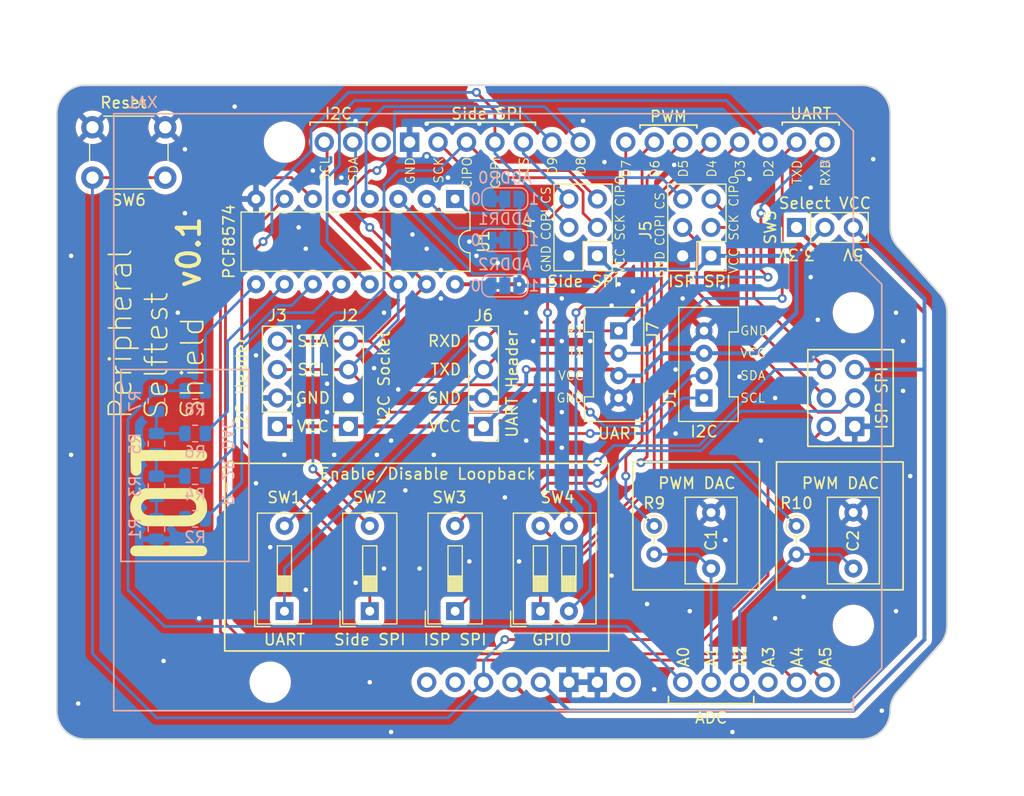
<source format=kicad_pcb>
(kicad_pcb (version 20221018) (generator pcbnew)
  (layers (0 "F.Cu" signal) (31 "B.Cu" signal) (34 "B.Paste" user) (35 "F.Paste" user) (36 "B.SilkS" user "B.Silkscreen") (37 "F.SilkS" user "F.Silkscreen") (38 "B.Mask" user) (39 "F.Mask" user) (44 "Edge.Cuts" user))
  (net 0 "")
  (net 1 "GND")
  (net 2 "/IOEXT_ADDR0")
  (net 3 "VCC")
  (net 4 "/IOEXT_ADDR1")
  (net 5 "/IOEXT_ADDR2")
  (net 6 "Net-(R1-Pad2)")
  (net 7 "/A2")
  (net 8 "Net-(R3-Pad2)")
  (net 9 "/R-2R_3")
  (net 10 "Net-(R5-Pad2)")
  (net 11 "/R-2R_2")
  (net 12 "/A0")
  (net 13 "/R-2R_1")
  (net 14 "/R-2R_0")
  (net 15 "/PWM0")
  (net 16 "/PWM1")
  (net 17 "/A5")
  (net 18 "/A1")
  (net 19 "/D9")
  (net 20 "/TXD")
  (net 21 "/RXD")
  (net 22 "/COPI_0")
  (net 23 "/CIPO_0")
  (net 24 "/COPI_1")
  (net 25 "/CIPO_1")
  (net 26 "/D3")
  (net 27 "/D8")
  (net 28 "/CS")
  (net 29 "/D4")
  (net 30 "+3.3V")
  (net 31 "+5V")
  (net 32 "/RST")
  (net 33 "/D7")
  (net 34 "/A4")
  (net 35 "/IOEXT_INT")
  (net 36 "/SCL")
  (net 37 "/SDA")
  (net 39 "/SCK_0")
  (net 41 "/SCK_1")
  (net 43 "/A3")
  (footprint "boards:grove_uart" (layer "F.Cu") (at 136.525 68.12 -90)
    (fp_text reference "J7")
    (fp_text value "UART Grove")
  )
  (footprint "Package_DIP:DIP-16_W7.62mm" (layer "F.Cu") (at 121.92 53.34 -90)
    (fp_text reference "U1")
    (fp_text value "PCF8574")
  )
  (footprint "Connector_PinHeader_2.54mm:PinHeader_1x04_P2.54mm_Vertical" (layer "F.Cu") (at 106.045 73.66 180)
    (fp_text reference "J3")
    (fp_text value "I2C Header")
  )
  (footprint "PCM_arduino-library:Arduino_Uno_R3_Shield" (layer "F.Cu") (at 91.44 99.06)
    (fp_text reference "XA1")
    (fp_text value "Arduino_Uno_R3_Shield")
  )
  (footprint "boards:grove_i2c" (layer "F.Cu") (at 144.145 68.12 90)
    (fp_text reference "J1")
    (fp_text value "I2C Grove")
  )
  (footprint "Button_Switch_THT:SW_DIP_SPSTx01_Slide_9.78x4.72mm_W7.62mm_P2.54mm" (layer "F.Cu") (at 106.68 90.17 90)
    (fp_text reference "SW1")
    (fp_text value "UART")
  )
  (footprint "Button_Switch_THT:SW_DIP_SPSTx01_Slide_9.78x4.72mm_W7.62mm_P2.54mm" (layer "F.Cu") (at 114.3 90.17 90)
    (fp_text reference "SW2")
    (fp_text value "Side SPI")
  )
  (footprint "Connector_PinHeader_2.54mm:PinHeader_1x04_P2.54mm_Vertical" (layer "F.Cu") (at 124.46 73.66 180)
    (fp_text reference "J6")
    (fp_text value "UART Header")
  )
  (footprint "Resistor_THT:R_Axial_DIN0204_L3.6mm_D1.6mm_P2.54mm_Vertical" (layer "F.Cu") (at 152.4 82.55 -90)
    (fp_text reference "R10")
    (fp_text value "1K")
  )
  (footprint "Connector_PinHeader_2.54mm:PinHeader_2x03_P2.54mm_Vertical" (layer "F.Cu") (at 134.62 58.42 180)
    (fp_text reference "J4")
    (fp_text value "Side SPI")
  )
  (footprint "Capacitor_THT:C_Disc_D7.5mm_W4.4mm_P5.00mm" (layer "F.Cu") (at 157.48 86.36 90)
    (fp_text reference "C2")
    (fp_text value "0.1 uF")
  )
  (footprint "Connector_PinHeader_2.54mm:PinHeader_1x03_P2.54mm_Vertical" (layer "F.Cu") (at 152.4 55.88 90)
    (fp_text reference "SW5")
    (fp_text value "Select VCC")
  )
  (footprint "Resistor_THT:R_Axial_DIN0204_L3.6mm_D1.6mm_P2.54mm_Vertical" (layer "F.Cu") (at 139.7 82.55 -90)
    (fp_text reference "R9")
    (fp_text value "1K")
  )
  (footprint "Connector_PinHeader_2.54mm:PinHeader_2x03_P2.54mm_Vertical" (layer "F.Cu") (at 144.78 58.42 180)
    (fp_text reference "J5")
    (fp_text value "ISP SPI")
  )
  (footprint "Connector_PinSocket_2.54mm:PinSocket_1x04_P2.54mm_Vertical" (layer "F.Cu") (at 112.395 73.66 180)
    (fp_text reference "J2")
    (fp_text value "I2C Socket")
  )
  (footprint "Button_Switch_THT:SW_DIP_SPSTx02_Slide_9.78x7.26mm_W7.62mm_P2.54mm" (layer "F.Cu") (at 129.54 90.17 90)
    (fp_text reference "SW4")
    (fp_text value "GPIO")
  )
  (footprint "Button_Switch_THT:SW_DIP_SPSTx01_Slide_9.78x4.72mm_W7.62mm_P2.54mm" (layer "F.Cu") (at 121.92 90.17 90)
    (fp_text reference "SW3")
    (fp_text value "ISP SPI")
  )
  (footprint "LOGO" (layer "F.Cu") (at 93.98 86.36 90)
    (fp_text reference "G***" hide)
    (fp_text value "LOGO" hide)
  )
  (footprint "Capacitor_THT:C_Disc_D7.5mm_W4.4mm_P5.00mm" (layer "F.Cu") (at 144.78 86.36 90)
    (fp_text reference "C1")
    (fp_text value "0.1 uF")
  )
  (footprint "LOGO" (layer "F.Cu") (at 96.370858 82.343863 90)
    (fp_text reference "G***" hide)
    (fp_text value "LOGO" hide)
  )
  (footprint "Button_Switch_THT:SW_PUSH_6mm_H4.3mm" (layer "F.Cu") (at 96.035 51.435 180)
    (fp_text reference "SW6")
    (fp_text value "Reset")
  )
  (footprint "Resistor_SMD:R_0805_2012Metric" (layer "B.Cu") (at 98.7025 78.105)
    (fp_text reference "R4")
    (fp_text value "200R" hide)
  )
  (footprint "Resistor_SMD:R_0805_2012Metric" (layer "B.Cu") (at 95.25 79.0175 90)
    (fp_text reference "R3")
    (fp_text value "100R" hide)
  )
  (footprint "Resistor_SMD:R_0805_2012Metric" (layer "B.Cu") (at 95.25 82.8275 90)
    (fp_text reference "R1")
    (fp_text value "200R" hide)
  )
  (footprint "Resistor_SMD:R_0805_2012Metric" (layer "B.Cu") (at 98.7025 74.295)
    (fp_text reference "R6")
    (fp_text value "200R" hide)
  )
  (footprint "Resistor_SMD:R_0805_2012Metric" (layer "B.Cu") (at 95.25 75.2075 90)
    (fp_text reference "R5")
    (fp_text value "100R" hide)
  )
  (footprint "Resistor_SMD:R_0805_2012Metric" (layer "B.Cu") (at 98.7025 70.485)
    (fp_text reference "R8")
    (fp_text value "200R" hide)
  )
  (footprint "Jumper:SolderJumper-3_P1.3mm_Bridged12_RoundedPad1.0x1.5mm_NumberLabels" (layer "B.Cu") (at 126.365 57.023)
    (fp_text reference "JP2" hide)
    (fp_text value "ADDR1")
  )
  (footprint "Jumper:SolderJumper-3_P1.3mm_Bridged12_RoundedPad1.0x1.5mm_NumberLabels" (layer "B.Cu") (at 126.365 61.087)
    (fp_text reference "JP3" hide)
    (fp_text value "ADDR2")
  )
  (footprint "Resistor_SMD:R_0805_2012Metric" (layer "B.Cu") (at 98.7025 81.915)
    (fp_text reference "R2")
    (fp_text value "200R" hide)
  )
  (footprint "Resistor_SMD:R_0805_2012Metric" (layer "B.Cu") (at 95.25 71.3975 90)
    (fp_text reference "R7")
    (fp_text value "100R" hide)
  )
  (footprint "Jumper:SolderJumper-3_P1.3mm_Bridged12_RoundedPad1.0x1.5mm_NumberLabels" (layer "B.Cu") (at 126.365 53.34)
    (fp_text reference "JP1" hide)
    (fp_text value "ADDR0")
  )
  (gr_rect (start 92.075 68.58) (end 103.505 85.725) (stroke (width 0.15)) (fill none) (layer "B.SilkS"))
  (gr_line (start 143.51 46.736) (end 143.51 46.99) (stroke (width 0.15)) (layer "F.SilkS"))
  (gr_rect (start 101.346 76.962) (end 135.636 93.726) (stroke (width 0.15)) (fill none) (layer "F.SilkS"))
  (gr_line (start 138.43 46.99) (end 138.43 46.736) (stroke (width 0.15)) (layer "F.SilkS"))
  (gr_line (start 140.97 97.79) (end 140.97 98.425) (stroke (width 0.15)) (layer "F.SilkS"))
  (gr_rect (start 137.795 76.835) (end 149.098 88.265) (stroke (width 0.15)) (fill none) (layer "F.SilkS"))
  (gr_line (start 129.093 46.482) (end 129.093 46.736) (stroke (width 0.15)) (layer "F.SilkS"))
  (gr_rect (start 150.622 76.835) (end 161.925 88.265) (stroke (width 0.15)) (fill none) (layer "F.SilkS"))
  (gr_line (start 151.13 46.482) (end 156.21 46.482) (stroke (width 0.15)) (layer "F.SilkS"))
  (gr_line (start 119.441 46.482) (end 129.093 46.482) (stroke (width 0.15)) (layer "F.SilkS"))
  (gr_line (start 119.441 46.736) (end 119.441 46.482) (stroke (width 0.15)) (layer "F.SilkS"))
  (gr_rect (start 153.416 66.802) (end 161.036 75.438) (stroke (width 0.15)) (fill none) (layer "F.SilkS"))
  (gr_line (start 156.21 46.482) (end 156.21 46.736) (stroke (width 0.15)) (layer "F.SilkS"))
  (gr_line (start 108.966 46.736) (end 108.966 46.482) (stroke (width 0.15)) (layer "F.SilkS"))
  (gr_line (start 151.13 46.736) (end 151.13 46.482) (stroke (width 0.15)) (layer "F.SilkS"))
  (gr_line (start 148.59 98.425) (end 148.59 97.79) (stroke (width 0.15)) (layer "F.SilkS"))
  (gr_line (start 140.97 98.425) (end 148.59 98.425) (stroke (width 0.15)) (layer "F.SilkS"))
  (gr_line (start 108.966 46.482) (end 114.046 46.482) (stroke (width 0.15)) (layer "F.SilkS"))
  (gr_line (start 114.046 46.482) (end 114.046 46.736) (stroke (width 0.15)) (layer "F.SilkS"))
  (gr_line (start 138.43 46.736) (end 143.51 46.736) (stroke (width 0.15)) (layer "F.SilkS"))
  (gr_line (start 165.1 93.236051) (end 161.507898 97.263949) (stroke (width 0.15)) (layer "Edge.Cuts"))
  (gr_arc (start 160.763949 99.06) (mid 160.957295 98.087984) (end 161.507898 97.263949) (stroke (width 0.15)) (layer "Edge.Cuts"))
  (gr_line (start 88.9 43.18) (end 158.223949 43.18) (stroke (width 0.15)) (layer "Edge.Cuts"))
  (gr_line (start 86.36 99.06) (end 86.36 45.72) (stroke (width 0.15)) (layer "Edge.Cuts"))
  (gr_line (start 161.507898 57.676051) (end 165.1 61.703949) (stroke (width 0.15)) (layer "Edge.Cuts"))
  (gr_arc (start 165.843949 91.44) (mid 165.650603 92.412016) (end 165.1 93.236051) (stroke (width 0.15)) (layer "Edge.Cuts"))
  (gr_arc (start 160.763949 99.06) (mid 160.02 100.856051) (end 158.223949 101.6) (stroke (width 0.15)) (layer "Edge.Cuts"))
  (gr_arc (start 86.36 45.72) (mid 87.103949 43.923949) (end 88.9 43.18) (stroke (width 0.15)) (layer "Edge.Cuts"))
  (gr_arc (start 158.223949 43.18) (mid 160.02 43.923949) (end 160.763949 45.72) (stroke (width 0.15)) (layer "Edge.Cuts"))
  (gr_arc (start 165.1 61.703949) (mid 165.650603 62.527984) (end 165.843949 63.5) (stroke (width 0.15)) (layer "Edge.Cuts"))
  (gr_line (start 158.223949 101.6) (end 88.9 101.6) (stroke (width 0.15)) (layer "Edge.Cuts"))
  (gr_arc (start 161.507898 57.676051) (mid 160.957295 56.852016) (end 160.763949 55.88) (stroke (width 0.15)) (layer "Edge.Cuts"))
  (gr_line (start 165.843949 63.5) (end 165.843949 91.44) (stroke (width 0.15)) (layer "Edge.Cuts"))
  (gr_line (start 160.763949 55.88) (end 160.763949 45.72) (stroke (width 0.15)) (layer "Edge.Cuts"))
  (gr_arc (start 88.9 101.6) (mid 87.103949 100.856051) (end 86.36 99.06) (stroke (width 0.15)) (layer "Edge.Cuts"))
  (gr_text "R-2R DAC" (at 101.6 76.835 -90) (layer "B.SilkS") (effects (font (size 1 1)) (justify mirror)))
  (gr_text "v0.1" (at 99.314 61.468 90) (layer "F.SilkS") (effects (font (size 2 2) (thickness 0.35) bold) (justify left bottom)))
  (gr_text "D5" (at 142.301 49.784 90) (layer "F.SilkS") (effects (font (size 0.8 0.8) (thickness 0.1)) (justify right)))
  (gr_text "PWM DAC" (at 156.337 78.74) (layer "F.SilkS") (effects (font (size 1 1))))
  (gr_text "CIPO" (at 122.997 49.53 90) (layer "F.SilkS") (effects (font (size 0.8 0.8) (thickness 0.1)) (justify right)))
  (gr_text "D8" (at 133.157 49.53 90) (layer "F.SilkS") (effects (font (size 0.8 0.8) (thickness 0.1)) (justify right)))
  (gr_text "VCC" (at 109.22 73.66) (layer "F.SilkS") (effects (font (size 1 1))))
  (gr_text "3.3V" (at 152.4 58.293 180) (layer "F.SilkS") (effects (font (size 1 1))))
  (gr_text "VCC" (at 136.652 57.658 90) (layer "F.SilkS") (effects (font (size 0.8 0.8) (thickness 0.1)) (justify right)))
  (gr_text "CS" (at 130.048 53.848 90) (layer "F.SilkS") (effects (font (size 0.8 0.8) (thickness 0.1)) (justify left)))
  (gr_text "CIPO" (at 146.812 54.102 90) (layer "F.SilkS") (effects (font (size 0.8 0.8) (thickness 0.1)) (justify left)))
  (gr_text "GND" (at 122.555 71.12) (layer "F.SilkS") (effects (font (size 1 1)) (justify right)))
  (gr_text "D6" (at 139.761 49.784 90) (layer "F.SilkS") (effects (font (size 0.8 0.8) (thickness 0.1)) (justify right)))
  (gr_text "SCL" (at 109.22 68.58) (layer "F.SilkS") (effects (font (size 1 1))))
  (gr_text "D2" (at 149.921 49.784 90) (layer "F.SilkS") (effects (font (size 0.8 0.8) (thickness 0.1)) (justify right)))
  (gr_text "SDA" (at 109.22 66.04) (layer "F.SilkS") (effects (font (size 1 1))))
  (gr_text "COPI" (at 130.048 55.626 90) (layer "F.SilkS") (effects (font (size 0.8 0.8) (thickness 0.1))))
  (gr_text "I2C" (at 111.506 45.72) (layer "F.SilkS") (effects (font (size 1 1))))
  (gr_text "A4" (at 152.461 95.25 90) (layer "F.SilkS") (effects (font (size 1 1)) (justify left)))
  (gr_text "CS" (at 140.208 54.356 90) (layer "F.SilkS") (effects (font (size 0.8 0.8) (thickness 0.1)) (justify left)))
  (gr_text "RXD" (at 155.001 49.784 90) (layer "F.SilkS") (effects (font (size 0.8 0.8) (thickness 0.1)) (justify right)))
  (gr_text "Peripheral\nSelftest\nShield" (at 95.25 73.152 90) (layer "F.SilkS") (effects (font (size 2 2)) (justify left)))
  (gr_text "VCC" (at 122.555 73.66) (layer "F.SilkS") (effects (font (size 1 1)) (justify right)))
  (gr_text "RXD" (at 122.555 66.04) (layer "F.SilkS") (effects (font (size 1 1)) (justify right)))
  (gr_text "A5" (at 155.001 95.25 90) (layer "F.SilkS") (effects (font (size 1 1)) (justify left)))
  (gr_text "CS" (at 128.077 49.53 90) (layer "F.SilkS") (effects (font (size 0.8 0.8) (thickness 0.1)) (justify right)))
  (gr_text "A1" (at 144.841 95.25 90) (layer "F.SilkS") (effects (font (size 1 1)) (justify left)))
  (gr_text "D9" (at 130.617 49.53 90) (layer "F.SilkS") (effects (font (size 0.8 0.8) (thickness 0.1)) (justify right)))
  (gr_text "ADC" (at 144.78 99.695) (layer "F.SilkS") (effects (font (size 1 1))))
  (gr_text "PWM DAC" (at 143.51 78.74) (layer "F.SilkS") (effects (font (size 1 1))))
  (gr_text "Enable/Disable Loopback" (at 109.728 78.486) (layer "F.SilkS") (effects (font (size 1 1)) (justify left bottom)))
  (gr_text "D3" (at 147.381 49.784 90) (layer "F.SilkS") (effects (font (size 0.8 0.8) (thickness 0.1)) (justify right)))
  (gr_text "SCL" (at 110.297 49.53 90) (layer "F.SilkS") (effects (font (size 0.8 0.8) (thickness 0.1)) (justify right)))
  (gr_text "A0" (at 142.301 95.25 90) (layer "F.SilkS") (effects (font (size 1 1)) (justify left)))
  (gr_text "D7" (at 137.221 49.784 90) (layer "F.SilkS") (effects (font (size 0.8 0.8) (thickness 0.1)) (justify right)))
  (gr_text "CIPO" (at 136.652 54.102 90) (layer "F.SilkS") (effects (font (size 0.8 0.8) (thickness 0.1)) (justify left)))
  (gr_text "SCK" (at 136.652 55.88 90) (layer "F.SilkS") (effects (font (size 0.8 0.8) (thickness 0.1))))
  (gr_text "5V" (at 157.48 58.293 180) (layer "F.SilkS") (effects (font (size 1 1))))
  (gr_text "UART" (at 153.67 45.72) (layer "F.SilkS") (effects (font (size 1 1))))
  (gr_text "SCK" (at 146.812 55.88 90) (layer "F.SilkS") (effects (font (size 0.8 0.8) (thickness 0.1))))
  (gr_text "A2" (at 147.381 95.25 90) (layer "F.SilkS") (effects (font (size 1 1)) (justify left)))
  (gr_text "Side SPI" (at 124.775 45.72) (layer "F.SilkS") (effects (font (size 1 1))))
  (gr_text "SDA" (at 112.837 49.53 90) (layer "F.SilkS") (effects (font (size 0.8 0.8) (thickness 0.1)) (justify right)))
  (gr_text "D4" (at 144.841 49.784 90) (layer "F.SilkS") (effects (font (size 0.8 0.8) (thickness 0.1)) (justify right)))
  (gr_text "ISP SPI" (at 160.02 71.12 90) (layer "F.SilkS") (effects (font (size 1 1))))
  (gr_text "COPI" (at 140.208 56.134 90) (layer "F.SilkS") (effects (font (size 0.8 0.8) (thickness 0.1))))
  (gr_text "COPI" (at 125.537 49.53 90) (layer "F.SilkS") (effects (font (size 0.8 0.8) (thickness 0.1)) (justify right)))
  (gr_text "GND" (at 117.917 49.53 90) (layer "F.SilkS") (effects (font (size 0.8 0.8) (thickness 0.1)) (justify right)))
  (gr_text "PWM" (at 140.97 45.974) (layer "F.SilkS") (effects (font (size 1 1))))
  (gr_text "SCK" (at 120.457 49.53 90) (layer "F.SilkS") (effects (font (size 0.8 0.8) (thickness 0.1)) (justify right)))
  (gr_text "VCC" (at 146.812 57.658 90) (layer "F.SilkS") (effects (font (size 0.8 0.8) (thickness 0.1)) (justify right)))
  (gr_text "GND" (at 140.208 57.912 90) (layer "F.SilkS") (effects (font (size 0.8 0.8) (thickness 0.1)) (justify right)))
  (gr_text "GND" (at 109.22 71.12) (layer "F.SilkS") (effects (font (size 1 1))))
  (gr_text "GND" (at 130.048 57.404 90) (layer "F.SilkS") (effects (font (size 0.8 0.8) (thickness 0.1)) (justify right)))
  (gr_text "TXD" (at 122.555 68.58) (layer "F.SilkS") (effects (font (size 1 1)) (justify right)))
  (gr_text "TXD" (at 152.461 49.784 90) (layer "F.SilkS") (effects (font (size 0.8 0.8) (thickness 0.1)) (justify right)))
  (gr_text "A3" (at 149.921 95.25 90) (layer "F.SilkS") (effects (font (size 1 1)) (justify left)))
  (via (at 126.365 80.01) (size 0.8) (drill 0.4) (layers "F.Cu" "B.Cu") (net 1))
  (via (at 104.14 67.31) (size 0.8) (drill 0.4) (layers "F.Cu" "B.Cu") (net 1))
  (via (at 161.925 66.04) (size 0.8) (drill 0.4) (layers "F.Cu" "B.Cu") (net 1))
  (via (at 119.38 57.785) (size 0.8) (drill 0.4) (layers "F.Cu" "B.Cu") (net 1))
  (via (at 135.89 62.865) (size 0.8) (drill 0.4) (layers "F.Cu" "B.Cu") (net 1))
  (via (at 109.22 50.8) (size 0.8) (drill 0.4) (layers "F.Cu" "B.Cu") (net 1))
  (via (at 119.888 71.12) (size 0.8) (drill 0.4) (layers "F.Cu" "B.Cu") (net 1))
  (via (at 129.032 71.374) (size 0.8) (drill 0.4) (layers "F.Cu" "B.Cu") (net 1))
  (via (at 115.57 86.36) (size 0.8) (drill 0.4) (layers "F.Cu" "B.Cu") (net 1))
  (via (at 108.585 57.785) (size 0.8) (drill 0.4) (layers "F.Cu" "B.Cu") (net 1))
  (via (at 95.885 94.615) (size 0.8) (drill 0.4) (layers "F.Cu" "B.Cu") (net 1))
  (via (at 114.3 96.52) (size 0.8) (drill 0.4) (layers "F.Cu" "B.Cu") (net 1))
  (via (at 127.635 85.725) (size 0.8) (drill 0.4) (layers "F.Cu" "B.Cu") (net 1))
  (via (at 114.935 76.2) (size 0.8) (drill 0.4) (layers "F.Cu" "B.Cu") (net 1))
  (via (at 142.24 62.23) (size 0.8) (drill 0.4) (layers "F.Cu" "B.Cu") (net 1))
  (via (at 159.258 49.784) (size 0.8) (drill 0.4) (layers "F.Cu" "B.Cu") (net 1))
  (via (at 105.41 84.455) (size 0.8) (drill 0.4) (layers "F.Cu" "B.Cu") (net 1))
  (via (at 118.11 56.515) (size 0.8) (drill 0.4) (layers "F.Cu" "B.Cu") (net 1))
  (via (at 87.63 76.2) (size 0.8) (drill 0.4) (layers "F.Cu" "B.Cu") (net 1))
  (via (at 116.84 70.358) (size 0.8) (drill 0.4) (layers "F.Cu" "B.Cu") (net 1))
  (via (at 111.76 51.435) (size 0.8) (drill 0.4) (layers "F.Cu" "B.Cu") (net 1))
  (via (at 131.445 66.04) (size 0.8) (drill 0.4) (layers "F.Cu" "B.Cu") (net 1))
  (via (at 116.205 100.965) (size 0.8) (drill 0.4) (layers "F.Cu" "B.Cu") (net 1))
  (via (at 162.56 78.105) (size 0.8) (drill 0.4) (layers "F.Cu" "B.Cu") (net 1))
  (via (at 107.95 64.77) (size 0.8) (drill 0.4) (layers "F.Cu" "B.Cu") (net 1))
  (via (at 117.475 79.375) (size 0.8) (drill 0.4) (layers "F.Cu" "B.Cu") (net 1))
  (via (at 121.666 46.609) (size 0.8) (drill 0.4) (layers "F.Cu" "B.Cu") (net 1))
  (via (at 107.95 55.88) (size 0.8) (drill 0.4) (layers "F.Cu" "B.Cu") (net 1))
  (via (at 128.27 74.93) (size 0.8) (drill 0.4) (layers "F.Cu" "B.Cu") (net 1))
  (via (at 119.38 49.53) (size 0.8) (drill 0.4) (layers "F.Cu" "B.Cu") (net 1))
  (via (at 120.65 62.23) (size 0.8) (drill 0.4) (layers "F.Cu" "B.Cu") (net 1))
  (via (at 131.445 72.39) (size 0.8) (drill 0.4) (layers "F.Cu" "B.Cu") (net 1))
  (via (at 147.32 69.215) (size 0.8) (drill 0.4) (layers "F.Cu" "B.Cu") (net 1))
  (via (at 97.155 63.5) (size 0.8) (drill 0.4) (layers "F.Cu" "B.Cu") (net 1))
  (via (at 127 46.609) (size 0.8) (drill 0.4) (layers "F.Cu" "B.Cu") (net 1))
  (via (at 97.79 48.895) (size 0.8) (drill 0.4) (layers "F.Cu" "B.Cu") (net 1))
  (via (at 153.67 52.324) (size 0.8) (drill 0.4) (layers "F.Cu" "B.Cu") (net 1))
  (via (at 141.605 68.58) (size 0.8) (drill 0.4) (layers "F.Cu" "B.Cu") (net 1))
  (via (at 153.035 88.9) (size 0.8) (drill 0.4) (layers "F.Cu" "B.Cu") (net 1))
  (via (at 124.079 46.609) (size 0.8) (drill 0.4) (layers "F.Cu" "B.Cu") (net 1))
  (via (at 160.02 99.06) (size 0.8) (drill 0.4) (layers "F.Cu" "B.Cu") (net 1))
  (via (at 119.38 46.609) (size 0.8) (drill 0.4) (layers "F.Cu" "B.Cu") (net 1))
  (via (at 99.06 90.805) (size 0.8) (drill 0.4) (layers "F.Cu" "B.Cu") (net 1))
  (via (at 136.525 60.96) (size 0.8) (drill 0.4) (layers "F.Cu" "B.Cu") (net 1))
  (via (at 137.795 61.595) (size 0.8) (drill 0.4) (layers "F.Cu" "B.Cu") (net 1))
  (via (at 145.796 61.214) (size 0.8) (drill 0.4) (layers "F.Cu" "B.Cu") (net 1))
  (via (at 110.49 72.39) (size 0.8) (drill 0.4) (layers "F.Cu" "B.Cu") (net 1))
  (via (at 113.03 46.355) (size 0.8) (drill 0.4) (layers "F.Cu" "B.Cu") (net 1))
  (via (at 148.209 51.562) (size 0.8) (drill 0.4) (layers "F.Cu" "B.Cu") (net 1))
  (via (at 121.285 51.435) (size 0.8) (drill 0.4) (layers "F.Cu" "B.Cu") (net 1))
  (via (at 141.478 50.292) (size 0.8) (drill 0.4) (layers "F.Cu" "B.Cu") (net 1))
  (via (at 131.445 62.23) (size 0.8) (drill 0.4) (layers "F.Cu" "B.Cu") (net 1))
  (via (at 139.7 97.155) (size 0.8) (drill 0.4) (layers "F.Cu" "B.Cu") (net 1))
  (via (at 150.495 90.805) (size 0.8) (drill 0.4) (layers "F.Cu" "B.Cu") (net 1))
  (via (at 142.875 90.17) (size 0.8) (drill 0.4) (layers "F.Cu" "B.Cu") (net 1))
  (via (at 135.89 86.995) (size 0.8) (drill 0.4) (layers "F.Cu" "B.Cu") (net 1))
  (via (at 161.29 90.17) (size 0.8) (drill 0.4) (layers "F.Cu" "B.Cu") (net 1))
  (via (at 88.265 98.425) (size 0.8) (drill 0.4) (layers "F.Cu" "B.Cu") (net 1))
  (via (at 107.95 71.755) (size 0.8) (drill 0.4) (layers "F.Cu" "B.Cu") (net 1))
  (via (at 120.65 59.69) (size 0.8) (drill 0.4) (layers "F.Cu" "B.Cu") (net 1))
  (via (at 123.19 85.725) (size 0.8) (drill 0.4) (layers "F.Cu" "B.Cu") (net 1))
  (via (at 113.03 87.63) (size 0.8) (drill 0.4) (layers "F.Cu" "B.Cu") (net 1))
  (via (at 139.065 89.535) (size 0.8) (drill 0.4) (layers "F.Cu" "B.Cu") (net 1))
  (via (at 102.235 45.085) (size 0.8) (drill 0.4) (layers "F.Cu" "B.Cu") (net 1))
  (via (at 146.05 83.82) (size 0.8) (drill 0.4) (layers "F.Cu" "B.Cu") (net 1))
  (via (at 150.495 71.12) (size 0.8) (drill 0.4) (layers "F.Cu" "B.Cu") (net 1))
  (via (at 108.585 88.265) (size 0.8) (drill 0.4) (layers "F.Cu" "B.Cu") (net 1))
  (via (at 116.205 74.93) (size 0.8) (drill 0.4) (layers "F.Cu" "B.Cu") (net 1))
  (via (at 135.255 50.038) (size 0.8) (drill 0.4) (layers "F.Cu" "B.Cu") (net 1))
  (via (at 154.305 64.135) (size 0.8) (drill 0.4) (layers "F.Cu" "B.Cu") (net 1))
  (via (at 149.225 74.93) (size 0.8) (drill 0.4) (layers "F.Cu" "B.Cu") (net 1))
  (via (at 97.79 54.61) (size 0.8) (drill 0.4) (layers "F.Cu" "B.Cu") (net 1))
  (via (at 161.925 70.485) (size 0.8) (drill 0.4) (layers "F.Cu" "B.Cu") (net 1))
  (via (at 133.985 66.04) (size 0.8) (drill 0.4) (layers "F.Cu" "B.Cu") (net 1))
  (via (at 114.681 68.453) (size 0.8) (drill 0.4) (layers "F.Cu" "B.Cu") (net 1))
  (via (at 111.125 76.2) (size 0.8) (drill 0.4) (layers "F.Cu" "B.Cu") (net 1))
  (via (at 123.19 57.15) (size 0.8) (drill 0.4) (layers "F.Cu" "B.Cu") (net 1))
  (via (at 128.27 63.5) (size 0.8) (drill 0.4) (layers "F.Cu" "B.Cu") (net 1))
  (via (at 120.015 76.2) (size 0.8) (drill 0.4) (layers "F.Cu" "B.Cu") (net 1))
  (via (at 123.825 58.42) (size 0.8) (drill 0.4) (layers "F.Cu" "B.Cu") (net 1))
  (via (at 115.57 63.5) (size 0.8) (drill 0.4) (layers "F.Cu" "B.Cu") (net 1))
  (via (at 87.63 58.42) (size 0.8) (drill 0.4) (layers "F.Cu" "B.Cu") (net 1))
  (via (at 106.68 76.2) (size 0.8) (drill 0.4) (layers "F.Cu" "B.Cu") (net 1))
  (via (at 131.445 75.565) (size 0.8) (drill 0.4) (layers "F.Cu" "B.Cu") (net 1))
  (via (at 104.14 78.74) (size 0.8) (drill 0.4) (layers "F.Cu" "B.Cu") (net 1))
  (via (at 146.685 100.965) (size 0.8) (drill 0.4) (layers "F.Cu" "B.Cu") (net 1))
  (via (at 125.73 59.055) (size 0.8) (drill 0.4) (layers "F.Cu" "B.Cu") (net 1))
  (via (at 110.49 69.85) (size 0.8) (drill 0.4) (layers "F.Cu" "B.Cu") (net 1))
  (via (at 128.905 66.04) (size 0.8) (drill 0.4) (layers "F.Cu" "B.Cu") (net 1))
  (via (at 153.67 60.325) (size 0.8) (drill 0.4) (layers "F.Cu" "B.Cu") (net 1))
  (via (at 133.35 46.355) (size 0.8) (drill 0.4) (layers "F.Cu" "B.Cu") (net 1))
  (via (at 161.29 63.5) (size 0.8) (drill 0.4) (layers "F.Cu" "B.Cu") (net 1))
  (via (at 118.745 86.36) (size 0.8) (drill 0.4) (layers "F.Cu" "B.Cu") (net 1))
  (via (at 141.605 74.295) (size 0.8) (drill 0.4) (layers "F.Cu" "B.Cu") (net 1))
  (segment (start 123.19 54.61) (end 125.73 54.61) (width 0.25) (layer "B.Cu") (net 2))
  (segment (start 126.365 53.975) (end 126.365 53.34) (width 0.25) (layer "B.Cu") (net 2))
  (segment (start 121.92 53.34) (end 123.19 54.61) (width 0.25) (layer "B.Cu") (net 2))
  (segment (start 125.73 54.61) (end 126.365 53.975) (width 0.25) (layer "B.Cu") (net 2))
  (segment (start 121.92 60.96) (end 127.635 60.96) (width 0.35) (layer "F.Cu") (net 3))
  (segment (start 135.985 68.58) (end 136.525 69.12) (width 0.35) (layer "F.Cu") (net 3))
  (segment (start 112.395 73.66) (end 106.045 73.66) (width 0.35) (layer "F.Cu") (net 3))
  (segment (start 112.395 73.66) (end 124.46 73.66) (width 0.35) (layer "F.Cu") (net 3))
  (segment (start 128.27 68.58) (end 135.985 68.58) (width 0.35) (layer "F.Cu") (net 3))
  (via (at 127.635 60.96) (size 0.8) (drill 0.4) (layers "F.Cu" "B.Cu") (net 3))
  (via (at 128.27 68.58) (size 0.8) (drill 0.4) (layers "F.Cu" "B.Cu") (net 3))
  (segment (start 148.78 67.12) (end 144.145 67.12) (width 0.35) (layer "B.Cu") (net 3))
  (segment (start 144.78 58.42) (end 143.555 59.645) (width 0.35) (layer "B.Cu") (net 3))
  (segment (start 144.145 67.12) (end 140.525 67.12) (width 0.35) (layer "B.Cu") (net 3))
  (segment (start 127.665 57.023) (end 127.665 61.087) (width 0.35) (layer "B.Cu") (net 3))
  (segment (start 138.525 69.12) (end 140.525 67.12) (width 0.35) (layer "B.Cu") (net 3))
  (segment (start 127.665 57.023) (end 127.665 53.34) (width 0.35) (layer "B.Cu") (net 3))
  (segment (start 135.845 59.645) (end 134.62 58.42) (width 0.35) (layer "B.Cu") (net 3))
  (segment (start 152.4 58.42) (end 144.78 58.42) (width 0.35) (layer "B.Cu") (net 3))
  (segment (start 143.555 59.645) (end 135.845 59.645) (width 0.35) (layer "B.Cu") (net 3))
  (segment (start 154.94 55.88) (end 152.4 58.42) (width 0.35) (layer "B.Cu") (net 3))
  (segment (start 152.4 63.5) (end 148.78 67.12) (width 0.35) (layer "B.Cu") (net 3))
  (segment (start 136.525 69.12) (end 138.525 69.12) (width 0.35) (layer "B.Cu") (net 3))
  (segment (start 127.665 61.087) (end 134.403 61.087) (width 0.35) (layer "B.Cu") (net 3))
  (segment (start 152.4 58.42) (end 152.4 63.5) (width 0.35) (layer "B.Cu") (net 3))
  (segment (start 135.845 59.645) (end 134.403 61.087) (width 0.35) (layer "B.Cu") (net 3))
  (segment (start 124.46 73.66) (end 128.27 69.85) (width 0.35) (layer "B.Cu") (net 3))
  (segment (start 128.27 69.85) (end 128.27 68.58) (width 0.35) (layer "B.Cu") (net 3))
  (segment (start 126.29 55.948) (end 126.365 56.023) (width 0.25) (layer "B.Cu") (net 4))
  (segment (start 121.988 55.948) (end 126.29 55.948) (width 0.25) (layer "B.Cu") (net 4))
  (segment (start 126.365 56.023) (end 126.365 57.023) (width 0.25) (layer "B.Cu") (net 4))
  (segment (start 119.38 53.34) (end 121.988 55.948) (width 0.25) (layer "B.Cu") (net 4))
  (segment (start 126.29 60.012) (end 123.512 60.012) (width 0.25) (layer "B.Cu") (net 5))
  (segment (start 126.365 61.087) (end 126.365 60.087) (width 0.25) (layer "B.Cu") (net 5))
  (segment (start 116.84 53.34) (end 123.512 60.012) (width 0.25) (layer "B.Cu") (net 5))
  (segment (start 126.365 60.087) (end 126.29 60.012) (width 0.25) (layer "B.Cu") (net 5))
  (segment (start 95.25 79.93) (end 95.25 81.915) (width 0.25) (layer "B.Cu") (net 6))
  (segment (start 95.25 81.915) (end 97.79 81.915) (width 0.25) (layer "B.Cu") (net 6))
  (segment (start 147.32 90.17) (end 152.4 85.09) (width 0.25) (layer "B.Cu") (net 7))
  (segment (start 147.32 96.52) (end 147.32 90.17) (width 0.25) (layer "B.Cu") (net 7))
  (segment (start 156.21 85.09) (end 157.48 86.36) (width 0.25) (layer "B.Cu") (net 7))
  (segment (start 152.4 85.09) (end 156.21 85.09) (width 0.25) (layer "B.Cu") (net 7))
  (segment (start 95.25 76.12) (end 95.25 78.105) (width 0.25) (layer "B.Cu") (net 8))
  (segment (start 95.25 78.105) (end 97.79 78.105) (width 0.25) (layer "B.Cu") (net 8))
  (segment (start 109.219302 63.500698) (end 106.045698 63.500698) (width 0.25) (layer "B.Cu") (net 9))
  (segment (start 102.870698 78.659302) (end 99.615 81.915) (width 0.25) (layer "B.Cu") (net 9))
  (segment (start 102.870698 66.675698) (end 102.870698 78.659302) (width 0.25) (layer "B.Cu") (net 9))
  (segment (start 111.76 60.96) (end 109.219302 63.500698) (width 0.25) (layer "B.Cu") (net 9))
  (segment (start 106.045698 63.500698) (end 102.870698 66.675698) (width 0.25) (layer "B.Cu") (net 9))
  (segment (start 95.25 74.295) (end 97.79 74.295) (width 0.25) (layer "B.Cu") (net 10))
  (segment (start 95.25 72.31) (end 95.25 74.295) (width 0.25) (layer "B.Cu") (net 10))
  (segment (start 106.045 62.865) (end 102.235 66.675) (width 0.25) (layer "B.Cu") (net 11))
  (segment (start 102.235 66.675) (end 102.235 75.485) (width 0.25) (layer "B.Cu") (net 11))
  (segment (start 102.235 75.485) (end 99.615 78.105) (width 0.25) (layer "B.Cu") (net 11))
  (segment (start 107.315 62.865) (end 106.045 62.865) (width 0.25) (layer "B.Cu") (net 11))
  (segment (start 109.22 60.96) (end 107.315 62.865) (width 0.25) (layer "B.Cu") (net 11))
  (segment (start 95.25 70.485) (end 92.71 73.025) (width 0.25) (layer "B.Cu") (net 12))
  (segment (start 137.25 91.53) (end 95.975 91.53) (width 0.25) (layer "B.Cu") (net 12))
  (segment (start 92.71 88.265) (end 95.975 91.53) (width 0.25) (layer "B.Cu") (net 12))
  (segment (start 142.24 96.52) (end 137.25 91.53) (width 0.25) (layer "B.Cu") (net 12))
  (segment (start 95.25 70.485) (end 97.79 70.485) (width 0.25) (layer "B.Cu") (net 12))
  (segment (start 92.71 73.025) (end 92.71 88.265) (width 0.25) (layer "B.Cu") (net 12))
  (segment (start 106.68 60.96) (end 101.6 66.04) (width 0.25) (layer "B.Cu") (net 13))
  (segment (start 101.6 72.31) (end 99.615 74.295) (width 0.25) (layer "B.Cu") (net 13))
  (segment (start 101.6 66.04) (end 101.6 72.31) (width 0.25) (layer "B.Cu") (net 13))
  (segment (start 99.615 65.485) (end 104.14 60.96) (width 0.25) (layer "B.Cu") (net 14))
  (segment (start 99.615 70.485) (end 99.615 65.485) (width 0.25) (layer "B.Cu") (net 14))
  (segment (start 138.503028 76.908028) (end 139.065 76.346056) (width 0.25) (layer "F.Cu") (net 15))
  (segment (start 139.065 51.435) (end 142.24 48.26) (width 0.25) (layer "F.Cu") (net 15))
  (segment (start 139.065 76.346056) (end 139.065 51.435) (width 0.25) (layer "F.Cu") (net 15))
  (via (at 138.503028 76.908028) (size 0.8) (drill 0.4) (layers "F.Cu" "B.Cu") (net 15))
  (segment (start 146.685 76.835) (end 138.43 76.835) (width 0.25) (layer "B.Cu") (net 15))
  (segment (start 152.4 82.55) (end 146.685 76.835) (width 0.25) (layer "B.Cu") (net 15))
  (segment (start 138.615 49.715) (end 138.615 74.93) (width 0.25) (layer "F.Cu") (net 16))
  (segment (start 138.43 49.53) (end 138.615 49.715) (width 0.25) (layer "F.Cu") (net 16))
  (segment (start 139.7 48.26) (end 138.43 49.53) (width 0.25) (layer "F.Cu") (net 16))
  (segment (start 138.615 74.93) (end 137.16 76.385) (width 0.25) (layer "F.Cu") (net 16))
  (segment (start 137.16 76.385) (end 137.16 78.105) (width 0.25) (layer "F.Cu") (net 16))
  (via (at 137.16 78.105) (size 0.8) (drill 0.4) (layers "F.Cu" "B.Cu") (net 16))
  (segment (start 137.16 78.105) (end 137.16 80.01) (width 0.25) (layer "B.Cu") (net 16))
  (segment (start 137.16 80.01) (end 139.7 82.55) (width 0.25) (layer "B.Cu") (net 16))
  (segment (start 104.14 93.98) (end 152.4 93.98) (width 0.25) (layer "F.Cu") (net 17))
  (segment (start 101.415 91.255) (end 104.14 93.98) (width 0.25) (layer "F.Cu") (net 17))
  (segment (start 152.4 93.98) (end 154.94 96.52) (width 0.25) (layer "F.Cu") (net 17))
  (segment (start 101.415 58.605) (end 101.415 91.255) (width 0.25) (layer "F.Cu") (net 17))
  (segment (start 106.68 53.34) (end 101.415 58.605) (width 0.25) (layer "F.Cu") (net 17))
  (segment (start 143.51 85.09) (end 144.78 86.36) (width 0.25) (layer "B.Cu") (net 18))
  (segment (start 139.7 85.09) (end 143.51 85.09) (width 0.25) (layer "B.Cu") (net 18))
  (segment (start 144.78 96.52) (end 144.78 86.36) (width 0.25) (layer "B.Cu") (net 18))
  (segment (start 111.76 53.34) (end 114.3 50.8) (width 0.25) (layer "F.Cu") (net 19))
  (segment (start 114.3 50.8) (end 114.935 50.8) (width 0.25) (layer "F.Cu") (net 19))
  (via (at 114.935 50.8) (size 0.8) (drill 0.4) (layers "F.Cu" "B.Cu") (net 19))
  (segment (start 127.831 45.535) (end 130.556 48.26) (width 0.25) (layer "B.Cu") (net 19))
  (segment (start 116.5046 49.2304) (end 116.5046 45.535) (width 0.25) (layer "B.Cu") (net 19))
  (segment (start 116.5046 45.535) (end 127.831 45.535) (width 0.25) (layer "B.Cu") (net 19))
  (segment (start 114.935 50.8) (end 116.5046 49.2304) (width 0.25) (layer "B.Cu") (net 19))
  (segment (start 125.92 67.12) (end 136.525 67.12) (width 0.25) (layer "F.Cu") (net 20))
  (segment (start 151.13 49.53) (end 152.4 48.26) (width 0.25) (layer "F.Cu") (net 20))
  (segment (start 124.46 68.58) (end 125.92 67.12) (width 0.25) (layer "F.Cu") (net 20))
  (segment (start 151.13 62.23) (end 151.13 49.53) (width 0.25) (layer "F.Cu") (net 20))
  (via (at 151.13 62.23) (size 0.8) (drill 0.4) (layers "F.Cu" "B.Cu") (net 20))
  (segment (start 144.145 62.23) (end 151.13 62.23) (width 0.25) (layer "B.Cu") (net 20))
  (segment (start 106.68 86.36) (end 124.46 68.58) (width 0.25) (layer "B.Cu") (net 20))
  (segment (start 144.145 62.23) (end 139.255 67.12) (width 0.25) (layer "B.Cu") (net 20))
  (segment (start 106.68 90.17) (end 106.68 86.36) (width 0.25) (layer "B.Cu") (net 20))
  (segment (start 136.525 67.12) (end 139.255 67.12) (width 0.25) (layer "B.Cu") (net 20))
  (segment (start 149.225 54.61) (end 149.225 59.69) (width 0.25) (layer "F.Cu") (net 21))
  (segment (start 124.46 66.04) (end 125.38 65.12) (width 0.25) (layer "F.Cu") (net 21))
  (segment (start 125.38 65.12) (end 136.525 65.12) (width 0.25) (layer "F.Cu") (net 21))
  (segment (start 149.225 59.69) (end 149.86 60.325) (width 0.25) (layer "F.Cu") (net 21))
  (via (at 149.225 54.61) (size 0.8) (drill 0.4) (layers "F.Cu" "B.Cu") (net 21))
  (via (at 149.86 60.325) (size 0.8) (drill 0.4) (layers "F.Cu" "B.Cu") (net 21))
  (segment (start 141.32 60.325) (end 136.525 65.12) (width 0.25) (layer "B.Cu") (net 21))
  (segment (start 149.225 53.975) (end 149.225 54.61) (width 0.25) (layer "B.Cu") (net 21))
  (segment (start 106.68 82.55) (end 123.19 66.04) (width 0.25) (layer "B.Cu") (net 21))
  (segment (start 123.19 66.04) (end 124.46 66.04) (width 0.25) (layer "B.Cu") (net 21))
  (segment (start 154.94 48.26) (end 149.225 53.975) (width 0.25) (layer "B.Cu") (net 21))
  (segment (start 149.86 60.325) (end 141.32 60.325) (width 0.25) (layer "B.Cu") (net 21))
  (segment (start 114.3 86.36) (end 103.505 75.565) (width 0.25) (layer "F.Cu") (net 22))
  (segment (start 102.87 59.055) (end 104.775 57.15) (width 0.25) (layer "F.Cu") (net 22))
  (segment (start 125.476 48.26) (end 125.476 45.466) (width 0.25) (layer "F.Cu") (net 22))
  (segment (start 114.3 90.17) (end 114.3 86.36) (width 0.25) (layer "F.Cu") (net 22))
  (segment (start 102.87 74.93) (end 102.87 59.055) (width 0.25) (layer "F.Cu") (net 22))
  (segment (start 103.505 75.565) (end 102.87 74.93) (width 0.25) (layer "F.Cu") (net 22))
  (segment (start 125.476 45.466) (end 123.825 43.815) (width 0.25) (layer "F.Cu") (net 22))
  (via (at 104.775 57.15) (size 0.8) (drill 0.4) (layers "F.Cu" "B.Cu") (net 22))
  (via (at 123.825 43.815) (size 0.8) (drill 0.4) (layers "F.Cu" "B.Cu") (net 22))
  (segment (start 105.555 52.56) (end 109.0474 49.0676) (width 0.25) (layer "B.Cu") (net 22))
  (segment (start 112.395 43.815) (end 123.825 43.815) (width 0.25) (layer "B.Cu") (net 22))
  (segment (start 125.476 48.26) (end 125.476 49.276) (width 0.25) (layer "B.Cu") (net 22))
  (segment (start 125.476 49.276) (end 132.08 55.88) (width 0.25) (layer "B.Cu") (net 22))
  (segment (start 105.555 56.37) (end 105.555 52.56) (width 0.25) (layer "B.Cu") (net 22))
  (segment (start 104.775 57.15) (end 105.555 56.37) (width 0.25) (layer "B.Cu") (net 22))
  (segment (start 109.0474 49.0676) (end 109.0474 47.1626) (width 0.25) (layer "B.Cu") (net 22))
  (segment (start 109.0474 47.1626) (end 112.395 43.815) (width 0.25) (layer "B.Cu") (net 22))
  (segment (start 122.936 48.26) (end 125.476 50.8) (width 0.25) (layer "F.Cu") (net 23))
  (segment (start 125.476 50.8) (end 132.08 50.8) (width 0.25) (layer "F.Cu") (net 23))
  (segment (start 109.22 77.47) (end 114.3 82.55) (width 0.25) (layer "F.Cu") (net 23))
  (segment (start 132.08 50.8) (end 134.62 53.34) (width 0.25) (layer "F.Cu") (net 23))
  (via (at 109.22 77.47) (size 0.8) (drill 0.4) (layers "F.Cu" "B.Cu") (net 23))
  (segment (start 115.57 61.280991) (end 113.350991 63.5) (width 0.25) (layer "B.Cu") (net 23))
  (segment (start 116.84 50.8) (end 115.57 52.07) (width 0.25) (layer "B.Cu") (net 23))
  (segment (start 122.936 48.26) (end 120.396 50.8) (width 0.25) (layer "B.Cu") (net 23))
  (segment (start 109.22 65.405) (end 109.22 77.47) (width 0.25) (layer "B.Cu") (net 23))
  (segment (start 115.57 52.07) (end 115.57 61.280991) (width 0.25) (layer "B.Cu") (net 23))
  (segment (start 120.396 50.8) (end 116.84 50.8) (width 0.25) (layer "B.Cu") (net 23))
  (segment (start 111.125 63.5) (end 109.22 65.405) (width 0.25) (layer "B.Cu") (net 23))
  (segment (start 112.395 63.5) (end 111.125 63.5) (width 0.25) (layer "B.Cu") (net 23))
  (segment (start 113.350991 63.5) (end 112.395 63.5) (width 0.25) (layer "B.Cu") (net 23))
  (segment (start 130.175 78.74) (end 125.73 83.185) (width 0.25) (layer "F.Cu") (net 24))
  (segment (start 154.305 72.39) (end 156.337 72.39) (width 0.25) (layer "F.Cu") (net 24))
  (segment (start 143.51 57.15) (end 143.51 61.595) (width 0.25) (layer "F.Cu") (net 24))
  (segment (start 156.337 72.39) (end 157.607 71.12) (width 0.25) (layer "F.Cu") (net 24))
  (segment (start 125.73 86.36) (end 121.92 90.17) (width 0.25) (layer "F.Cu") (net 24))
  (segment (start 142.24 55.88) (end 143.51 57.15) (width 0.25) (layer "F.Cu") (net 24))
  (segment (start 125.73 83.185) (end 125.73 86.36) (width 0.25) (layer "F.Cu") (net 24))
  (segment (start 143.51 61.595) (end 154.305 72.39) (width 0.25) (layer "F.Cu") (net 24))
  (segment (start 134.62 78.74) (end 130.175 78.74) (width 0.25) (layer "F.Cu") (net 24))
  (via (at 134.62 78.74) (size 0.8) (drill 0.4) (layers "F.Cu" "B.Cu") (net 24))
  (segment (start 157.607 71.12) (end 156.4184 72.3086) (width 0.25) (layer "B.Cu") (net 24))
  (segment (start 147.402796 72.3086) (end 143.881396 75.83) (width 0.25) (layer "B.Cu") (net 24))
  (segment (start 143.881396 75.83) (end 137.53 75.83) (width 0.25) (layer "B.Cu") (net 24))
  (segment (start 156.4184 72.3086) (end 147.402796 72.3086) (width 0.25) (layer "B.Cu") (net 24))
  (segment (start 137.53 75.83) (end 134.62 78.74) (width 0.25) (layer "B.Cu") (net 24))
  (segment (start 148.59 57.15) (end 144.78 53.34) (width 0.25) (layer "F.Cu") (net 25))
  (segment (start 121.92 82.55) (end 127.635 76.835) (width 0.25) (layer "F.Cu") (net 25))
  (segment (start 127.635 76.835) (end 134.62 76.835) (width 0.25) (layer "F.Cu") (net 25))
  (segment (start 148.59 62.103) (end 148.59 57.15) (width 0.25) (layer "F.Cu") (net 25))
  (segment (start 155.067 68.58) (end 148.59 62.103) (width 0.25) (layer "F.Cu") (net 25))
  (via (at 134.62 76.835) (size 0.8) (drill 0.4) (layers "F.Cu" "B.Cu") (net 25))
  (segment (start 136.075 75.38) (end 143.695 75.38) (width 0.25) (layer "B.Cu") (net 25))
  (segment (start 143.695 75.38) (end 150.495 68.58) (width 0.25) (layer "B.Cu") (net 25))
  (segment (start 150.495 68.58) (end 155.067 68.58) (width 0.25) (layer "B.Cu") (net 25))
  (segment (start 134.62 76.835) (end 136.075 75.38) (width 0.25) (layer "B.Cu") (net 25))
  (segment (start 129.54 90.17) (end 129.54 88.9) (width 0.25) (layer "F.Cu") (net 26))
  (segment (start 129.54 88.9) (end 140.335 78.105) (width 0.25) (layer "F.Cu") (net 26))
  (segment (start 140.335 78.105) (end 140.335 53.583299) (width 0.25) (layer "F.Cu") (net 26))
  (segment (start 140.335 53.583299) (end 143.118299 50.8) (width 0.25) (layer "F.Cu") (net 26))
  (segment (start 144.78 50.8) (end 147.32 48.26) (width 0.25) (layer "F.Cu") (net 26))
  (segment (start 143.118299 50.8) (end 144.78 50.8) (width 0.25) (layer "F.Cu") (net 26))
  (segment (start 113.9646 46.6904) (end 115.57 45.085) (width 0.25) (layer "B.Cu") (net 27))
  (segment (start 113.9646 53.0046) (end 113.9646 46.6904) (width 0.25) (layer "B.Cu") (net 27))
  (segment (start 115.57 45.085) (end 129.921 45.085) (width 0.25) (layer "B.Cu") (net 27))
  (segment (start 114.3 53.34) (end 113.9646 53.0046) (width 0.25) (layer "B.Cu") (net 27))
  (segment (start 129.921 45.085) (end 133.096 48.26) (width 0.25) (layer "B.Cu") (net 27))
  (segment (start 130.175 55.245) (end 130.175 63.5) (width 0.25) (layer "F.Cu") (net 28))
  (segment (start 132.08 53.34) (end 130.175 55.245) (width 0.25) (layer "F.Cu") (net 28))
  (via (at 130.175 63.5) (size 0.8) (drill 0.4) (layers "F.Cu" "B.Cu") (net 28))
  (segment (start 130.175 51.435) (end 128.016 49.276) (width 0.25) (layer "B.Cu") (net 28))
  (segment (start 130.175 63.5) (end 130.175 79.375) (width 0.25) (layer "B.Cu") (net 28))
  (segment (start 128.016 49.276) (end 128.016 48.26) (width 0.25) (layer "B.Cu") (net 28))
  (segment (start 140.335 51.435) (end 142.24 53.34) (width 0.25) (layer "B.Cu") (net 28))
  (segment (start 132.08 81.28) (end 132.08 82.55) (width 0.25) (layer "B.Cu") (net 28))
  (segment (start 132.08 53.34) (end 130.175 51.435) (width 0.25) (layer "B.Cu") (net 28))
  (segment (start 130.175 51.435) (end 140.335 51.435) (width 0.25) (layer "B.Cu") (net 28))
  (segment (start 130.175 79.375) (end 132.08 81.28) (width 0.25) (layer "B.Cu") (net 28))
  (segment (start 139.699302 78.104302) (end 133.348604 84.455) (width 0.25) (layer "F.Cu") (net 29))
  (segment (start 139.699302 53.340698) (end 139.699302 78.104302) (width 0.25) (layer "F.Cu") (net 29))
  (segment (start 129.54 82.55) (end 131.445 84.455) (width 0.25) (layer "F.Cu") (net 29))
  (segment (start 144.78 48.26) (end 139.699302 53.340698) (width 0.25) (layer "F.Cu") (net 29))
  (segment (start 133.348604 84.455) (end 131.445 84.455) (width 0.25) (layer "F.Cu") (net 29))
  (segment (start 157.48 99.06) (end 163.83 92.71) (width 0.35) (layer "F.Cu") (net 30))
  (segment (start 163.83 63.5) (end 158.75 58.42) (width 0.35) (layer "F.Cu") (net 30))
  (segment (start 127 96.52) (end 129.54 99.06) (width 0.35) (layer "F.Cu") (net 30))
  (segment (start 158.75 58.42) (end 154.94 58.42) (width 0.35) (layer "F.Cu") (net 30))
  (segment (start 154.94 58.42) (end 152.4 55.88) (width 0.35) (layer "F.Cu") (net 30))
  (segment (start 129.54 99.06) (end 157.48 99.06) (width 0.35) (layer "F.Cu") (net 30))
  (segment (start 163.83 92.71) (end 163.83 63.5) (width 0.35) (layer "F.Cu") (net 30))
  (segment (start 163.83 62.23) (end 163.83 68.58) (width 0.35) (layer "B.Cu") (net 31))
  (segment (start 157.48 55.88) (end 163.83 62.23) (width 0.35) (layer "B.Cu") (net 31))
  (segment (start 132.08 99.06) (end 157.48 99.06) (width 0.35) (layer "B.Cu") (net 31))
  (segment (start 129.54 96.52) (end 132.08 99.06) (width 0.35) (layer "B.Cu") (net 31))
  (segment (start 163.83 68.58) (end 163.83 92.71) (width 0.35) (layer "B.Cu") (net 31))
  (segment (start 157.607 68.58) (end 163.83 68.58) (width 0.35) (layer "B.Cu") (net 31))
  (segment (start 163.83 92.71) (end 157.48 99.06) (width 0.35) (layer "B.Cu") (net 31))
  (segment (start 96.035 51.435) (end 89.535 51.435) (width 0.25) (layer "F.Cu") (net 32))
  (segment (start 144.145 92.71) (end 126.365 92.71) (width 0.25) (layer "F.Cu") (net 32))
  (segment (start 155.067 73.66) (end 149.86 78.867) (width 0.25) (layer "F.Cu") (net 32))
  (segment (start 149.86 86.995) (end 144.145 92.71) (width 0.25) (layer "F.Cu") (net 32))
  (segment (start 149.86 78.867) (end 149.86 86.995) (width 0.25) (layer "F.Cu") (net 32))
  (via (at 126.365 92.71) (size 0.8) (drill 0.4) (layers "F.Cu" "B.Cu") (net 32))
  (segment (start 124.46 94.615) (end 124.46 96.52) (width 0.25) (layer "B.Cu") (net 32))
  (segment (start 126.365 92.71) (end 124.46 94.615) (width 0.25) (layer "B.Cu") (net 32))
  (segment (start 121.285 99.695) (end 95.25 99.695) (width 0.25) (layer "B.Cu") (net 32))
  (segment (start 89.535 93.98) (end 89.535 51.435) (width 0.25) (layer "B.Cu") (net 32))
  (segment (start 124.46 96.52) (end 121.285 99.695) (width 0.25) (layer "B.Cu") (net 32))
  (segment (start 95.25 99.695) (end 89.535 93.98) (width 0.25) (layer "B.Cu") (net 32))
  (segment (start 137.16 59.055) (end 132.715 63.5) (width 0.25) (layer "F.Cu") (net 33))
  (segment (start 137.16 48.26) (end 137.16 59.055) (width 0.25) (layer "F.Cu") (net 33))
  (via (at 132.715 63.5) (size 0.8) (drill 0.4) (layers "F.Cu" "B.Cu") (net 33))
  (segment (start 132.715 79.375) (end 133.985 80.645) (width 0.25) (layer "B.Cu") (net 33))
  (segment (start 132.715 63.5) (end 132.715 79.375) (width 0.25) (layer "B.Cu") (net 33))
  (segment (start 133.985 88.265) (end 132.08 90.17) (width 0.25) (layer "B.Cu") (net 33))
  (segment (start 133.985 80.645) (end 133.985 88.265) (width 0.25) (layer "B.Cu") (net 33))
  (segment (start 103.505 94.545) (end 150.425 94.545) (width 0.25) (layer "F.Cu") (net 34))
  (segment (start 150.425 94.545) (end 152.4 96.52) (width 0.25) (layer "F.Cu") (net 34))
  (segment (start 109.22 53.34) (end 107.315 51.435) (width 0.25) (layer "F.Cu") (net 34))
  (segment (start 100.965 53.34) (end 100.965 92.005) (width 0.25) (layer "F.Cu") (net 34))
  (segment (start 107.315 51.435) (end 102.87 51.435) (width 0.25) (layer "F.Cu") (net 34))
  (segment (start 102.87 51.435) (end 100.965 53.34) (width 0.25) (layer "F.Cu") (net 34))
  (segment (start 100.965 92.005) (end 103.505 94.545) (width 0.25) (layer "F.Cu") (net 34))
  (segment (start 112.94 44.54) (end 111.5874 45.8926) (width 0.25) (layer "B.Cu") (net 35))
  (segment (start 111.5874 45.8926) (end 111.5874 50.3376) (width 0.25) (layer "B.Cu") (net 35))
  (segment (start 110.49 51.435) (end 110.49 57.15) (width 0.25) (layer "B.Cu") (net 35))
  (segment (start 111.5874 50.3376) (end 110.49 51.435) (width 0.25) (layer "B.Cu") (net 35))
  (segment (start 110.49 57.15) (end 114.3 60.96) (width 0.25) (layer "B.Cu") (net 35))
  (segment (start 146.14 44.54) (end 112.94 44.54) (width 0.25) (layer "B.Cu") (net 35))
  (segment (start 149.86 48.26) (end 146.14 44.54) (width 0.25) (layer "B.Cu") (net 35))
  (segment (start 110.236 48.26) (end 110.49 48.514) (width 0.25) (layer "F.Cu") (net 36))
  (segment (start 106.045 68.58) (end 112.395 68.58) (width 0.25) (layer "F.Cu") (net 36))
  (segment (start 130.175 74.295) (end 128.27 72.39) (width 0.25) (layer "F.Cu") (net 36))
  (segment (start 112.395 68.58) (end 116.205 72.39) (width 0.25) (layer "F.Cu") (net 36))
  (segment (start 110.49 54.61) (end 116.84 60.96) (width 0.25) (layer "F.Cu") (net 36))
  (segment (start 116.205 72.39) (end 128.27 72.39) (width 0.25) (layer "F.Cu") (net 36))
  (segment (start 133.985 74.295) (end 130.175 74.295) (width 0.25) (layer "F.Cu") (net 36))
  (segment (start 110.49 48.514) (end 110.49 54.61) (width 0.25) (layer "F.Cu") (net 36))
  (via (at 133.985 74.295) (size 0.8) (drill 0.4) (layers "F.Cu" "B.Cu") (net 36))
  (segment (start 139.065 74.295) (end 142.24 71.12) (width 0.25) (layer "B.Cu") (net 36))
  (segment (start 142.24 71.12) (end 144.145 71.12) (width 0.25) (layer "B.Cu") (net 36))
  (segment (start 112.395 68.58) (end 116.84 64.135) (width 0.25) (layer "B.Cu") (net 36))
  (segment (start 133.985 74.295) (end 139.065 74.295) (width 0.25) (layer "B.Cu") (net 36))
  (segment (start 116.84 64.135) (end 116.84 60.96) (width 0.25) (layer "B.Cu") (net 36))
  (segment (start 133.985 72.388604) (end 133.985 72.39) (width 0.25) (layer "F.Cu") (net 37))
  (segment (start 133.986396 72.39) (end 133.985698 72.389302) (width 0.25) (layer "F.Cu") (net 37))
  (segment (start 131.541396 69.945) (end 133.985 72.388604) (width 0.25) (layer "F.Cu") (net 37))
  (segment (start 133.985 72.39) (end 133.986396 72.39) (width 0.25) (layer "F.Cu") (net 37))
  (segment (start 118.205 69.945) (end 131.541396 69.945) (width 0.25) (layer "F.Cu") (net 37))
  (segment (start 114.3 55.88) (end 119.38 60.96) (width 0.25) (layer "F.Cu") (net 37))
  (segment (start 114.3 66.04) (end 119.38 60.96) (width 0.25) (layer "F.Cu") (net 37))
  (segment (start 106.045 66.04) (end 112.395 66.04) (width 0.25) (layer "F.Cu") (net 37))
  (segment (start 112.395 66.04) (end 114.3 66.04) (width 0.25) (layer "F.Cu") (net 37))
  (segment (start 114.3 66.04) (end 118.205 69.945) (width 0.25) (layer "F.Cu") (net 37))
  (via (at 133.985 72.39) (size 0.8) (drill 0.4) (layers "F.Cu" "B.Cu") (net 37))
  (via (at 114.3 55.88) (size 0.8) (drill 0.4) (layers "F.Cu" "B.Cu") (net 37))
  (segment (start 113.03 54.61) (end 114.3 55.88) (width 0.25) (layer "B.Cu") (net 37))
  (segment (start 112.776 48.26) (end 113.03 48.514) (width 0.25) (layer "B.Cu") (net 37))
  (segment (start 135.255 73.66) (end 138.52737 73.66) (width 0.25) (layer "B.Cu") (net 37))
  (segment (start 113.03 48.514) (end 113.03 54.61) (width 0.25) (layer "B.Cu") (net 37))
  (segment (start 133.985 72.39) (end 135.255 73.66) (width 0.25) (layer "B.Cu") (net 37))
  (segment (start 138.52737 73.66) (end 143.06737 69.12) (width 0.25) (layer "B.Cu") (net 37))
  (segment (start 143.06737 69.12) (end 144.145 69.12) (width 0.25) (layer "B.Cu") (net 37))
  (segment (start 133.349302 54.609302) (end 134.62 55.88) (width 0.25) (layer "F.Cu") (net 39))
  (segment (start 123.571698 51.435698) (end 132.079302 51.435698) (width 0.25) (layer "F.Cu") (net 39))
  (segment (start 120.396 48.26) (end 123.571698 51.435698) (width 0.25) (layer "F.Cu") (net 39))
  (segment (start 133.349302 52.705698) (end 133.349302 54.609302) (width 0.25) (layer "F.Cu") (net 39))
  (segment (start 132.079302 51.435698) (end 133.349302 52.705698) (width 0.25) (layer "F.Cu") (net 39))
  (segment (start 146.05 55.88) (end 147.955 57.785) (width 0.25) (layer "F.Cu") (net 41))
  (segment (start 155.067 71.12) (end 147.955 64.008) (width 0.25) (layer "F.Cu") (net 41))
  (segment (start 147.955 64.008) (end 147.955 57.785) (width 0.25) (layer "F.Cu") (net 41))
  (segment (start 144.78 55.88) (end 146.05 55.88) (width 0.25) (layer "F.Cu") (net 41))
  (zone (net 1) (net_name "GND") (layer "F.Cu") (connect_pads (clearance 0.5)) (min_thickness 0.25) (fill yes (thermal_gap 0.5) (thermal_bridge_width 0.5))
    (polygon (pts (xy 83.82 38.1) (xy 170.18 38.1) (xy 170.18 104.14) (xy 83.82 104.14)))
  )
  (zone (net 1) (net_name "GND") (layer "B.Cu") (priority 1) (connect_pads (clearance 0.5)) (min_thickness 0.25) (fill yes (thermal_gap 0.5) (thermal_bridge_width 0.5))
    (polygon (pts (xy 81.28 35.56) (xy 172.72 35.56) (xy 172.72 106.68) (xy 81.28 106.68)))
  )
)
</source>
